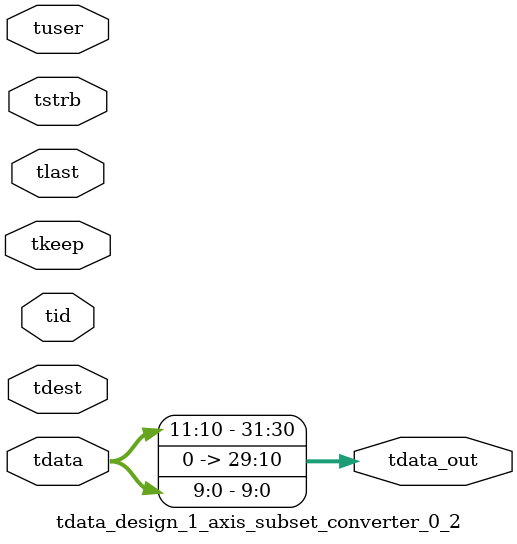
<source format=v>


`timescale 1ps/1ps

module tdata_design_1_axis_subset_converter_0_2 #
(
parameter C_S_AXIS_TDATA_WIDTH = 32,
parameter C_S_AXIS_TUSER_WIDTH = 0,
parameter C_S_AXIS_TID_WIDTH   = 0,
parameter C_S_AXIS_TDEST_WIDTH = 0,
parameter C_M_AXIS_TDATA_WIDTH = 32
)
(
input  [(C_S_AXIS_TDATA_WIDTH == 0 ? 1 : C_S_AXIS_TDATA_WIDTH)-1:0     ] tdata,
input  [(C_S_AXIS_TUSER_WIDTH == 0 ? 1 : C_S_AXIS_TUSER_WIDTH)-1:0     ] tuser,
input  [(C_S_AXIS_TID_WIDTH   == 0 ? 1 : C_S_AXIS_TID_WIDTH)-1:0       ] tid,
input  [(C_S_AXIS_TDEST_WIDTH == 0 ? 1 : C_S_AXIS_TDEST_WIDTH)-1:0     ] tdest,
input  [(C_S_AXIS_TDATA_WIDTH/8)-1:0 ] tkeep,
input  [(C_S_AXIS_TDATA_WIDTH/8)-1:0 ] tstrb,
input                                                                    tlast,
output [C_M_AXIS_TDATA_WIDTH-1:0] tdata_out
);

assign tdata_out = {24'b0,tdata[19:10],20'b0,tdata[9:0]};

endmodule


</source>
